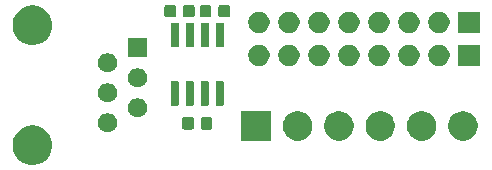
<source format=gbr>
G04 #@! TF.GenerationSoftware,KiCad,Pcbnew,(5.1.5)-3*
G04 #@! TF.CreationDate,2020-08-06T15:18:22+10:00*
G04 #@! TF.ProjectId,USART_BoSL_Bus,55534152-545f-4426-9f53-4c5f4275732e,rev 0.1.1*
G04 #@! TF.SameCoordinates,Original*
G04 #@! TF.FileFunction,Soldermask,Top*
G04 #@! TF.FilePolarity,Negative*
%FSLAX46Y46*%
G04 Gerber Fmt 4.6, Leading zero omitted, Abs format (unit mm)*
G04 Created by KiCad (PCBNEW (5.1.5)-3) date 2020-08-06 15:18:22*
%MOMM*%
%LPD*%
G04 APERTURE LIST*
%ADD10C,0.150000*%
G04 APERTURE END LIST*
D10*
G36*
X114372971Y-124716204D02*
G01*
X114534871Y-124748408D01*
X114839883Y-124874748D01*
X115114387Y-125058166D01*
X115347834Y-125291613D01*
X115531252Y-125566117D01*
X115657592Y-125871129D01*
X115722000Y-126194928D01*
X115722000Y-126525072D01*
X115657592Y-126848871D01*
X115531252Y-127153883D01*
X115347834Y-127428387D01*
X115114387Y-127661834D01*
X114839883Y-127845252D01*
X114534871Y-127971592D01*
X114211073Y-128036000D01*
X113880927Y-128036000D01*
X113557129Y-127971592D01*
X113252117Y-127845252D01*
X112977613Y-127661834D01*
X112744166Y-127428387D01*
X112560748Y-127153883D01*
X112434408Y-126848871D01*
X112370000Y-126525072D01*
X112370000Y-126194928D01*
X112434408Y-125871129D01*
X112560748Y-125566117D01*
X112744166Y-125291613D01*
X112977613Y-125058166D01*
X113252117Y-124874748D01*
X113557129Y-124748408D01*
X113719029Y-124716204D01*
X113880927Y-124684000D01*
X114211073Y-124684000D01*
X114372971Y-124716204D01*
G37*
G36*
X150864903Y-123511075D02*
G01*
X151092571Y-123605378D01*
X151297466Y-123742285D01*
X151471715Y-123916534D01*
X151564309Y-124055110D01*
X151608623Y-124121431D01*
X151702925Y-124349097D01*
X151740874Y-124539877D01*
X151751000Y-124590787D01*
X151751000Y-124837213D01*
X151702925Y-125078903D01*
X151608622Y-125306571D01*
X151471715Y-125511466D01*
X151297466Y-125685715D01*
X151092571Y-125822622D01*
X151092570Y-125822623D01*
X151092569Y-125822623D01*
X150864903Y-125916925D01*
X150623214Y-125965000D01*
X150376786Y-125965000D01*
X150135097Y-125916925D01*
X149907431Y-125822623D01*
X149907430Y-125822623D01*
X149907429Y-125822622D01*
X149702534Y-125685715D01*
X149528285Y-125511466D01*
X149391378Y-125306571D01*
X149297075Y-125078903D01*
X149249000Y-124837213D01*
X149249000Y-124590787D01*
X149259127Y-124539877D01*
X149297075Y-124349097D01*
X149391377Y-124121431D01*
X149435691Y-124055110D01*
X149528285Y-123916534D01*
X149702534Y-123742285D01*
X149907429Y-123605378D01*
X150135097Y-123511075D01*
X150376786Y-123463000D01*
X150623214Y-123463000D01*
X150864903Y-123511075D01*
G37*
G36*
X147364903Y-123511075D02*
G01*
X147592571Y-123605378D01*
X147797466Y-123742285D01*
X147971715Y-123916534D01*
X148064309Y-124055110D01*
X148108623Y-124121431D01*
X148202925Y-124349097D01*
X148240874Y-124539877D01*
X148251000Y-124590787D01*
X148251000Y-124837213D01*
X148202925Y-125078903D01*
X148108622Y-125306571D01*
X147971715Y-125511466D01*
X147797466Y-125685715D01*
X147592571Y-125822622D01*
X147592570Y-125822623D01*
X147592569Y-125822623D01*
X147364903Y-125916925D01*
X147123214Y-125965000D01*
X146876786Y-125965000D01*
X146635097Y-125916925D01*
X146407431Y-125822623D01*
X146407430Y-125822623D01*
X146407429Y-125822622D01*
X146202534Y-125685715D01*
X146028285Y-125511466D01*
X145891378Y-125306571D01*
X145797075Y-125078903D01*
X145749000Y-124837213D01*
X145749000Y-124590787D01*
X145759127Y-124539877D01*
X145797075Y-124349097D01*
X145891377Y-124121431D01*
X145935691Y-124055110D01*
X146028285Y-123916534D01*
X146202534Y-123742285D01*
X146407429Y-123605378D01*
X146635097Y-123511075D01*
X146876786Y-123463000D01*
X147123214Y-123463000D01*
X147364903Y-123511075D01*
G37*
G36*
X143864903Y-123511075D02*
G01*
X144092571Y-123605378D01*
X144297466Y-123742285D01*
X144471715Y-123916534D01*
X144564309Y-124055110D01*
X144608623Y-124121431D01*
X144702925Y-124349097D01*
X144740874Y-124539877D01*
X144751000Y-124590787D01*
X144751000Y-124837213D01*
X144702925Y-125078903D01*
X144608622Y-125306571D01*
X144471715Y-125511466D01*
X144297466Y-125685715D01*
X144092571Y-125822622D01*
X144092570Y-125822623D01*
X144092569Y-125822623D01*
X143864903Y-125916925D01*
X143623214Y-125965000D01*
X143376786Y-125965000D01*
X143135097Y-125916925D01*
X142907431Y-125822623D01*
X142907430Y-125822623D01*
X142907429Y-125822622D01*
X142702534Y-125685715D01*
X142528285Y-125511466D01*
X142391378Y-125306571D01*
X142297075Y-125078903D01*
X142249000Y-124837213D01*
X142249000Y-124590787D01*
X142259127Y-124539877D01*
X142297075Y-124349097D01*
X142391377Y-124121431D01*
X142435691Y-124055110D01*
X142528285Y-123916534D01*
X142702534Y-123742285D01*
X142907429Y-123605378D01*
X143135097Y-123511075D01*
X143376786Y-123463000D01*
X143623214Y-123463000D01*
X143864903Y-123511075D01*
G37*
G36*
X136864903Y-123511075D02*
G01*
X137092571Y-123605378D01*
X137297466Y-123742285D01*
X137471715Y-123916534D01*
X137564309Y-124055110D01*
X137608623Y-124121431D01*
X137702925Y-124349097D01*
X137740874Y-124539877D01*
X137751000Y-124590787D01*
X137751000Y-124837213D01*
X137702925Y-125078903D01*
X137608622Y-125306571D01*
X137471715Y-125511466D01*
X137297466Y-125685715D01*
X137092571Y-125822622D01*
X137092570Y-125822623D01*
X137092569Y-125822623D01*
X136864903Y-125916925D01*
X136623214Y-125965000D01*
X136376786Y-125965000D01*
X136135097Y-125916925D01*
X135907431Y-125822623D01*
X135907430Y-125822623D01*
X135907429Y-125822622D01*
X135702534Y-125685715D01*
X135528285Y-125511466D01*
X135391378Y-125306571D01*
X135297075Y-125078903D01*
X135249000Y-124837213D01*
X135249000Y-124590787D01*
X135259127Y-124539877D01*
X135297075Y-124349097D01*
X135391377Y-124121431D01*
X135435691Y-124055110D01*
X135528285Y-123916534D01*
X135702534Y-123742285D01*
X135907429Y-123605378D01*
X136135097Y-123511075D01*
X136376786Y-123463000D01*
X136623214Y-123463000D01*
X136864903Y-123511075D01*
G37*
G36*
X134251000Y-125965000D02*
G01*
X131749000Y-125965000D01*
X131749000Y-123463000D01*
X134251000Y-123463000D01*
X134251000Y-125965000D01*
G37*
G36*
X140364903Y-123511075D02*
G01*
X140592571Y-123605378D01*
X140797466Y-123742285D01*
X140971715Y-123916534D01*
X141064309Y-124055110D01*
X141108623Y-124121431D01*
X141202925Y-124349097D01*
X141240874Y-124539877D01*
X141251000Y-124590787D01*
X141251000Y-124837213D01*
X141202925Y-125078903D01*
X141108622Y-125306571D01*
X140971715Y-125511466D01*
X140797466Y-125685715D01*
X140592571Y-125822622D01*
X140592570Y-125822623D01*
X140592569Y-125822623D01*
X140364903Y-125916925D01*
X140123214Y-125965000D01*
X139876786Y-125965000D01*
X139635097Y-125916925D01*
X139407431Y-125822623D01*
X139407430Y-125822623D01*
X139407429Y-125822622D01*
X139202534Y-125685715D01*
X139028285Y-125511466D01*
X138891378Y-125306571D01*
X138797075Y-125078903D01*
X138749000Y-124837213D01*
X138749000Y-124590787D01*
X138759127Y-124539877D01*
X138797075Y-124349097D01*
X138891377Y-124121431D01*
X138935691Y-124055110D01*
X139028285Y-123916534D01*
X139202534Y-123742285D01*
X139407429Y-123605378D01*
X139635097Y-123511075D01*
X139876786Y-123463000D01*
X140123214Y-123463000D01*
X140364903Y-123511075D01*
G37*
G36*
X120632560Y-123680166D02*
G01*
X120780153Y-123741301D01*
X120912982Y-123830055D01*
X121025945Y-123943018D01*
X121094448Y-124045539D01*
X121114700Y-124075849D01*
X121175834Y-124223440D01*
X121207000Y-124380122D01*
X121207000Y-124539878D01*
X121175834Y-124696560D01*
X121120810Y-124829401D01*
X121114699Y-124844153D01*
X121025945Y-124976982D01*
X120912982Y-125089945D01*
X120780153Y-125178699D01*
X120780152Y-125178700D01*
X120780151Y-125178700D01*
X120632560Y-125239834D01*
X120475878Y-125271000D01*
X120316122Y-125271000D01*
X120159440Y-125239834D01*
X120011849Y-125178700D01*
X120011848Y-125178700D01*
X120011847Y-125178699D01*
X119879018Y-125089945D01*
X119766055Y-124976982D01*
X119677301Y-124844153D01*
X119671191Y-124829401D01*
X119616166Y-124696560D01*
X119585000Y-124539878D01*
X119585000Y-124380122D01*
X119616166Y-124223440D01*
X119677300Y-124075849D01*
X119697553Y-124045539D01*
X119766055Y-123943018D01*
X119879018Y-123830055D01*
X120011847Y-123741301D01*
X120159440Y-123680166D01*
X120316122Y-123649000D01*
X120475878Y-123649000D01*
X120632560Y-123680166D01*
G37*
G36*
X127554591Y-123978085D02*
G01*
X127588569Y-123988393D01*
X127619890Y-124005134D01*
X127647339Y-124027661D01*
X127669866Y-124055110D01*
X127686607Y-124086431D01*
X127696915Y-124120409D01*
X127701000Y-124161890D01*
X127701000Y-124838110D01*
X127696915Y-124879591D01*
X127686607Y-124913569D01*
X127669866Y-124944890D01*
X127647339Y-124972339D01*
X127619890Y-124994866D01*
X127588569Y-125011607D01*
X127554591Y-125021915D01*
X127513110Y-125026000D01*
X126911890Y-125026000D01*
X126870409Y-125021915D01*
X126836431Y-125011607D01*
X126805110Y-124994866D01*
X126777661Y-124972339D01*
X126755134Y-124944890D01*
X126738393Y-124913569D01*
X126728085Y-124879591D01*
X126724000Y-124838110D01*
X126724000Y-124161890D01*
X126728085Y-124120409D01*
X126738393Y-124086431D01*
X126755134Y-124055110D01*
X126777661Y-124027661D01*
X126805110Y-124005134D01*
X126836431Y-123988393D01*
X126870409Y-123978085D01*
X126911890Y-123974000D01*
X127513110Y-123974000D01*
X127554591Y-123978085D01*
G37*
G36*
X129129591Y-123978085D02*
G01*
X129163569Y-123988393D01*
X129194890Y-124005134D01*
X129222339Y-124027661D01*
X129244866Y-124055110D01*
X129261607Y-124086431D01*
X129271915Y-124120409D01*
X129276000Y-124161890D01*
X129276000Y-124838110D01*
X129271915Y-124879591D01*
X129261607Y-124913569D01*
X129244866Y-124944890D01*
X129222339Y-124972339D01*
X129194890Y-124994866D01*
X129163569Y-125011607D01*
X129129591Y-125021915D01*
X129088110Y-125026000D01*
X128486890Y-125026000D01*
X128445409Y-125021915D01*
X128411431Y-125011607D01*
X128380110Y-124994866D01*
X128352661Y-124972339D01*
X128330134Y-124944890D01*
X128313393Y-124913569D01*
X128303085Y-124879591D01*
X128299000Y-124838110D01*
X128299000Y-124161890D01*
X128303085Y-124120409D01*
X128313393Y-124086431D01*
X128330134Y-124055110D01*
X128352661Y-124027661D01*
X128380110Y-124005134D01*
X128411431Y-123988393D01*
X128445409Y-123978085D01*
X128486890Y-123974000D01*
X129088110Y-123974000D01*
X129129591Y-123978085D01*
G37*
G36*
X123172560Y-122410166D02*
G01*
X123320153Y-122471301D01*
X123452982Y-122560055D01*
X123565945Y-122673018D01*
X123604688Y-122731000D01*
X123654700Y-122805849D01*
X123715834Y-122953440D01*
X123724624Y-122997628D01*
X123747000Y-123110123D01*
X123747000Y-123269877D01*
X123715834Y-123426560D01*
X123654699Y-123574153D01*
X123565945Y-123706982D01*
X123452982Y-123819945D01*
X123320153Y-123908699D01*
X123320152Y-123908700D01*
X123320151Y-123908700D01*
X123172560Y-123969834D01*
X123015878Y-124001000D01*
X122856122Y-124001000D01*
X122699440Y-123969834D01*
X122551849Y-123908700D01*
X122551848Y-123908700D01*
X122551847Y-123908699D01*
X122419018Y-123819945D01*
X122306055Y-123706982D01*
X122217301Y-123574153D01*
X122156166Y-123426560D01*
X122125000Y-123269877D01*
X122125000Y-123110123D01*
X122147377Y-122997628D01*
X122156166Y-122953440D01*
X122217300Y-122805849D01*
X122267313Y-122731000D01*
X122306055Y-122673018D01*
X122419018Y-122560055D01*
X122551847Y-122471301D01*
X122699440Y-122410166D01*
X122856122Y-122379000D01*
X123015878Y-122379000D01*
X123172560Y-122410166D01*
G37*
G36*
X127624928Y-120951764D02*
G01*
X127646009Y-120958160D01*
X127665445Y-120968548D01*
X127682476Y-120982524D01*
X127696452Y-120999555D01*
X127706840Y-121018991D01*
X127713236Y-121040072D01*
X127716000Y-121068140D01*
X127716000Y-122881860D01*
X127713236Y-122909928D01*
X127706840Y-122931009D01*
X127696452Y-122950445D01*
X127682476Y-122967476D01*
X127665445Y-122981452D01*
X127646009Y-122991840D01*
X127624928Y-122998236D01*
X127596860Y-123001000D01*
X127133140Y-123001000D01*
X127105072Y-122998236D01*
X127083991Y-122991840D01*
X127064555Y-122981452D01*
X127047524Y-122967476D01*
X127033548Y-122950445D01*
X127023160Y-122931009D01*
X127016764Y-122909928D01*
X127014000Y-122881860D01*
X127014000Y-121068140D01*
X127016764Y-121040072D01*
X127023160Y-121018991D01*
X127033548Y-120999555D01*
X127047524Y-120982524D01*
X127064555Y-120968548D01*
X127083991Y-120958160D01*
X127105072Y-120951764D01*
X127133140Y-120949000D01*
X127596860Y-120949000D01*
X127624928Y-120951764D01*
G37*
G36*
X126354928Y-120951764D02*
G01*
X126376009Y-120958160D01*
X126395445Y-120968548D01*
X126412476Y-120982524D01*
X126426452Y-120999555D01*
X126436840Y-121018991D01*
X126443236Y-121040072D01*
X126446000Y-121068140D01*
X126446000Y-122881860D01*
X126443236Y-122909928D01*
X126436840Y-122931009D01*
X126426452Y-122950445D01*
X126412476Y-122967476D01*
X126395445Y-122981452D01*
X126376009Y-122991840D01*
X126354928Y-122998236D01*
X126326860Y-123001000D01*
X125863140Y-123001000D01*
X125835072Y-122998236D01*
X125813991Y-122991840D01*
X125794555Y-122981452D01*
X125777524Y-122967476D01*
X125763548Y-122950445D01*
X125753160Y-122931009D01*
X125746764Y-122909928D01*
X125744000Y-122881860D01*
X125744000Y-121068140D01*
X125746764Y-121040072D01*
X125753160Y-121018991D01*
X125763548Y-120999555D01*
X125777524Y-120982524D01*
X125794555Y-120968548D01*
X125813991Y-120958160D01*
X125835072Y-120951764D01*
X125863140Y-120949000D01*
X126326860Y-120949000D01*
X126354928Y-120951764D01*
G37*
G36*
X128894928Y-120951764D02*
G01*
X128916009Y-120958160D01*
X128935445Y-120968548D01*
X128952476Y-120982524D01*
X128966452Y-120999555D01*
X128976840Y-121018991D01*
X128983236Y-121040072D01*
X128986000Y-121068140D01*
X128986000Y-122881860D01*
X128983236Y-122909928D01*
X128976840Y-122931009D01*
X128966452Y-122950445D01*
X128952476Y-122967476D01*
X128935445Y-122981452D01*
X128916009Y-122991840D01*
X128894928Y-122998236D01*
X128866860Y-123001000D01*
X128403140Y-123001000D01*
X128375072Y-122998236D01*
X128353991Y-122991840D01*
X128334555Y-122981452D01*
X128317524Y-122967476D01*
X128303548Y-122950445D01*
X128293160Y-122931009D01*
X128286764Y-122909928D01*
X128284000Y-122881860D01*
X128284000Y-121068140D01*
X128286764Y-121040072D01*
X128293160Y-121018991D01*
X128303548Y-120999555D01*
X128317524Y-120982524D01*
X128334555Y-120968548D01*
X128353991Y-120958160D01*
X128375072Y-120951764D01*
X128403140Y-120949000D01*
X128866860Y-120949000D01*
X128894928Y-120951764D01*
G37*
G36*
X130164928Y-120951764D02*
G01*
X130186009Y-120958160D01*
X130205445Y-120968548D01*
X130222476Y-120982524D01*
X130236452Y-120999555D01*
X130246840Y-121018991D01*
X130253236Y-121040072D01*
X130256000Y-121068140D01*
X130256000Y-122881860D01*
X130253236Y-122909928D01*
X130246840Y-122931009D01*
X130236452Y-122950445D01*
X130222476Y-122967476D01*
X130205445Y-122981452D01*
X130186009Y-122991840D01*
X130164928Y-122998236D01*
X130136860Y-123001000D01*
X129673140Y-123001000D01*
X129645072Y-122998236D01*
X129623991Y-122991840D01*
X129604555Y-122981452D01*
X129587524Y-122967476D01*
X129573548Y-122950445D01*
X129563160Y-122931009D01*
X129556764Y-122909928D01*
X129554000Y-122881860D01*
X129554000Y-121068140D01*
X129556764Y-121040072D01*
X129563160Y-121018991D01*
X129573548Y-120999555D01*
X129587524Y-120982524D01*
X129604555Y-120968548D01*
X129623991Y-120958160D01*
X129645072Y-120951764D01*
X129673140Y-120949000D01*
X130136860Y-120949000D01*
X130164928Y-120951764D01*
G37*
G36*
X120632560Y-121140166D02*
G01*
X120780153Y-121201301D01*
X120912982Y-121290055D01*
X121025945Y-121403018D01*
X121114699Y-121535847D01*
X121175834Y-121683440D01*
X121207000Y-121840123D01*
X121207000Y-121999877D01*
X121175834Y-122156560D01*
X121114699Y-122304153D01*
X121025945Y-122436982D01*
X120912982Y-122549945D01*
X120780153Y-122638699D01*
X120780152Y-122638700D01*
X120780151Y-122638700D01*
X120632560Y-122699834D01*
X120475878Y-122731000D01*
X120316122Y-122731000D01*
X120159440Y-122699834D01*
X120011849Y-122638700D01*
X120011848Y-122638700D01*
X120011847Y-122638699D01*
X119879018Y-122549945D01*
X119766055Y-122436982D01*
X119677301Y-122304153D01*
X119616166Y-122156560D01*
X119585000Y-121999877D01*
X119585000Y-121840123D01*
X119616166Y-121683440D01*
X119677301Y-121535847D01*
X119766055Y-121403018D01*
X119879018Y-121290055D01*
X120011847Y-121201301D01*
X120159440Y-121140166D01*
X120316122Y-121109000D01*
X120475878Y-121109000D01*
X120632560Y-121140166D01*
G37*
G36*
X123172560Y-119870166D02*
G01*
X123320153Y-119931301D01*
X123452982Y-120020055D01*
X123565945Y-120133018D01*
X123604688Y-120191000D01*
X123654700Y-120265849D01*
X123715834Y-120413440D01*
X123747000Y-120570122D01*
X123747000Y-120729878D01*
X123715834Y-120886560D01*
X123676085Y-120982524D01*
X123654699Y-121034153D01*
X123565945Y-121166982D01*
X123452982Y-121279945D01*
X123320153Y-121368699D01*
X123320152Y-121368700D01*
X123320151Y-121368700D01*
X123172560Y-121429834D01*
X123015878Y-121461000D01*
X122856122Y-121461000D01*
X122699440Y-121429834D01*
X122551849Y-121368700D01*
X122551848Y-121368700D01*
X122551847Y-121368699D01*
X122419018Y-121279945D01*
X122306055Y-121166982D01*
X122217301Y-121034153D01*
X122195916Y-120982524D01*
X122156166Y-120886560D01*
X122125000Y-120729878D01*
X122125000Y-120570122D01*
X122156166Y-120413440D01*
X122217300Y-120265849D01*
X122267313Y-120191000D01*
X122306055Y-120133018D01*
X122419018Y-120020055D01*
X122551847Y-119931301D01*
X122699440Y-119870166D01*
X122856122Y-119839000D01*
X123015878Y-119839000D01*
X123172560Y-119870166D01*
G37*
G36*
X120632560Y-118600166D02*
G01*
X120780153Y-118661301D01*
X120912982Y-118750055D01*
X121025945Y-118863018D01*
X121114699Y-118995847D01*
X121175834Y-119143440D01*
X121207000Y-119300123D01*
X121207000Y-119459877D01*
X121175834Y-119616560D01*
X121114699Y-119764153D01*
X121025945Y-119896982D01*
X120912982Y-120009945D01*
X120780153Y-120098699D01*
X120780152Y-120098700D01*
X120780151Y-120098700D01*
X120632560Y-120159834D01*
X120475878Y-120191000D01*
X120316122Y-120191000D01*
X120159440Y-120159834D01*
X120011849Y-120098700D01*
X120011848Y-120098700D01*
X120011847Y-120098699D01*
X119879018Y-120009945D01*
X119766055Y-119896982D01*
X119677301Y-119764153D01*
X119616166Y-119616560D01*
X119585000Y-119459877D01*
X119585000Y-119300123D01*
X119616166Y-119143440D01*
X119677301Y-118995847D01*
X119766055Y-118863018D01*
X119879018Y-118750055D01*
X120011847Y-118661301D01*
X120159440Y-118600166D01*
X120316122Y-118569000D01*
X120475878Y-118569000D01*
X120632560Y-118600166D01*
G37*
G36*
X133333512Y-117848927D02*
G01*
X133482812Y-117878624D01*
X133646784Y-117946544D01*
X133794354Y-118045147D01*
X133919853Y-118170646D01*
X134018456Y-118318216D01*
X134086376Y-118482188D01*
X134121000Y-118656259D01*
X134121000Y-118833741D01*
X134086376Y-119007812D01*
X134018456Y-119171784D01*
X133919853Y-119319354D01*
X133794354Y-119444853D01*
X133646784Y-119543456D01*
X133482812Y-119611376D01*
X133333512Y-119641073D01*
X133308742Y-119646000D01*
X133131258Y-119646000D01*
X133106488Y-119641073D01*
X132957188Y-119611376D01*
X132793216Y-119543456D01*
X132645646Y-119444853D01*
X132520147Y-119319354D01*
X132421544Y-119171784D01*
X132353624Y-119007812D01*
X132319000Y-118833741D01*
X132319000Y-118656259D01*
X132353624Y-118482188D01*
X132421544Y-118318216D01*
X132520147Y-118170646D01*
X132645646Y-118045147D01*
X132793216Y-117946544D01*
X132957188Y-117878624D01*
X133106488Y-117848927D01*
X133131258Y-117844000D01*
X133308742Y-117844000D01*
X133333512Y-117848927D01*
G37*
G36*
X135873512Y-117848927D02*
G01*
X136022812Y-117878624D01*
X136186784Y-117946544D01*
X136334354Y-118045147D01*
X136459853Y-118170646D01*
X136558456Y-118318216D01*
X136626376Y-118482188D01*
X136661000Y-118656259D01*
X136661000Y-118833741D01*
X136626376Y-119007812D01*
X136558456Y-119171784D01*
X136459853Y-119319354D01*
X136334354Y-119444853D01*
X136186784Y-119543456D01*
X136022812Y-119611376D01*
X135873512Y-119641073D01*
X135848742Y-119646000D01*
X135671258Y-119646000D01*
X135646488Y-119641073D01*
X135497188Y-119611376D01*
X135333216Y-119543456D01*
X135185646Y-119444853D01*
X135060147Y-119319354D01*
X134961544Y-119171784D01*
X134893624Y-119007812D01*
X134859000Y-118833741D01*
X134859000Y-118656259D01*
X134893624Y-118482188D01*
X134961544Y-118318216D01*
X135060147Y-118170646D01*
X135185646Y-118045147D01*
X135333216Y-117946544D01*
X135497188Y-117878624D01*
X135646488Y-117848927D01*
X135671258Y-117844000D01*
X135848742Y-117844000D01*
X135873512Y-117848927D01*
G37*
G36*
X138413512Y-117848927D02*
G01*
X138562812Y-117878624D01*
X138726784Y-117946544D01*
X138874354Y-118045147D01*
X138999853Y-118170646D01*
X139098456Y-118318216D01*
X139166376Y-118482188D01*
X139201000Y-118656259D01*
X139201000Y-118833741D01*
X139166376Y-119007812D01*
X139098456Y-119171784D01*
X138999853Y-119319354D01*
X138874354Y-119444853D01*
X138726784Y-119543456D01*
X138562812Y-119611376D01*
X138413512Y-119641073D01*
X138388742Y-119646000D01*
X138211258Y-119646000D01*
X138186488Y-119641073D01*
X138037188Y-119611376D01*
X137873216Y-119543456D01*
X137725646Y-119444853D01*
X137600147Y-119319354D01*
X137501544Y-119171784D01*
X137433624Y-119007812D01*
X137399000Y-118833741D01*
X137399000Y-118656259D01*
X137433624Y-118482188D01*
X137501544Y-118318216D01*
X137600147Y-118170646D01*
X137725646Y-118045147D01*
X137873216Y-117946544D01*
X138037188Y-117878624D01*
X138186488Y-117848927D01*
X138211258Y-117844000D01*
X138388742Y-117844000D01*
X138413512Y-117848927D01*
G37*
G36*
X151901000Y-119646000D02*
G01*
X150099000Y-119646000D01*
X150099000Y-117844000D01*
X151901000Y-117844000D01*
X151901000Y-119646000D01*
G37*
G36*
X146033512Y-117848927D02*
G01*
X146182812Y-117878624D01*
X146346784Y-117946544D01*
X146494354Y-118045147D01*
X146619853Y-118170646D01*
X146718456Y-118318216D01*
X146786376Y-118482188D01*
X146821000Y-118656259D01*
X146821000Y-118833741D01*
X146786376Y-119007812D01*
X146718456Y-119171784D01*
X146619853Y-119319354D01*
X146494354Y-119444853D01*
X146346784Y-119543456D01*
X146182812Y-119611376D01*
X146033512Y-119641073D01*
X146008742Y-119646000D01*
X145831258Y-119646000D01*
X145806488Y-119641073D01*
X145657188Y-119611376D01*
X145493216Y-119543456D01*
X145345646Y-119444853D01*
X145220147Y-119319354D01*
X145121544Y-119171784D01*
X145053624Y-119007812D01*
X145019000Y-118833741D01*
X145019000Y-118656259D01*
X145053624Y-118482188D01*
X145121544Y-118318216D01*
X145220147Y-118170646D01*
X145345646Y-118045147D01*
X145493216Y-117946544D01*
X145657188Y-117878624D01*
X145806488Y-117848927D01*
X145831258Y-117844000D01*
X146008742Y-117844000D01*
X146033512Y-117848927D01*
G37*
G36*
X143493512Y-117848927D02*
G01*
X143642812Y-117878624D01*
X143806784Y-117946544D01*
X143954354Y-118045147D01*
X144079853Y-118170646D01*
X144178456Y-118318216D01*
X144246376Y-118482188D01*
X144281000Y-118656259D01*
X144281000Y-118833741D01*
X144246376Y-119007812D01*
X144178456Y-119171784D01*
X144079853Y-119319354D01*
X143954354Y-119444853D01*
X143806784Y-119543456D01*
X143642812Y-119611376D01*
X143493512Y-119641073D01*
X143468742Y-119646000D01*
X143291258Y-119646000D01*
X143266488Y-119641073D01*
X143117188Y-119611376D01*
X142953216Y-119543456D01*
X142805646Y-119444853D01*
X142680147Y-119319354D01*
X142581544Y-119171784D01*
X142513624Y-119007812D01*
X142479000Y-118833741D01*
X142479000Y-118656259D01*
X142513624Y-118482188D01*
X142581544Y-118318216D01*
X142680147Y-118170646D01*
X142805646Y-118045147D01*
X142953216Y-117946544D01*
X143117188Y-117878624D01*
X143266488Y-117848927D01*
X143291258Y-117844000D01*
X143468742Y-117844000D01*
X143493512Y-117848927D01*
G37*
G36*
X140953512Y-117848927D02*
G01*
X141102812Y-117878624D01*
X141266784Y-117946544D01*
X141414354Y-118045147D01*
X141539853Y-118170646D01*
X141638456Y-118318216D01*
X141706376Y-118482188D01*
X141741000Y-118656259D01*
X141741000Y-118833741D01*
X141706376Y-119007812D01*
X141638456Y-119171784D01*
X141539853Y-119319354D01*
X141414354Y-119444853D01*
X141266784Y-119543456D01*
X141102812Y-119611376D01*
X140953512Y-119641073D01*
X140928742Y-119646000D01*
X140751258Y-119646000D01*
X140726488Y-119641073D01*
X140577188Y-119611376D01*
X140413216Y-119543456D01*
X140265646Y-119444853D01*
X140140147Y-119319354D01*
X140041544Y-119171784D01*
X139973624Y-119007812D01*
X139939000Y-118833741D01*
X139939000Y-118656259D01*
X139973624Y-118482188D01*
X140041544Y-118318216D01*
X140140147Y-118170646D01*
X140265646Y-118045147D01*
X140413216Y-117946544D01*
X140577188Y-117878624D01*
X140726488Y-117848927D01*
X140751258Y-117844000D01*
X140928742Y-117844000D01*
X140953512Y-117848927D01*
G37*
G36*
X148573512Y-117848927D02*
G01*
X148722812Y-117878624D01*
X148886784Y-117946544D01*
X149034354Y-118045147D01*
X149159853Y-118170646D01*
X149258456Y-118318216D01*
X149326376Y-118482188D01*
X149361000Y-118656259D01*
X149361000Y-118833741D01*
X149326376Y-119007812D01*
X149258456Y-119171784D01*
X149159853Y-119319354D01*
X149034354Y-119444853D01*
X148886784Y-119543456D01*
X148722812Y-119611376D01*
X148573512Y-119641073D01*
X148548742Y-119646000D01*
X148371258Y-119646000D01*
X148346488Y-119641073D01*
X148197188Y-119611376D01*
X148033216Y-119543456D01*
X147885646Y-119444853D01*
X147760147Y-119319354D01*
X147661544Y-119171784D01*
X147593624Y-119007812D01*
X147559000Y-118833741D01*
X147559000Y-118656259D01*
X147593624Y-118482188D01*
X147661544Y-118318216D01*
X147760147Y-118170646D01*
X147885646Y-118045147D01*
X148033216Y-117946544D01*
X148197188Y-117878624D01*
X148346488Y-117848927D01*
X148371258Y-117844000D01*
X148548742Y-117844000D01*
X148573512Y-117848927D01*
G37*
G36*
X123747000Y-118921000D02*
G01*
X122125000Y-118921000D01*
X122125000Y-117299000D01*
X123747000Y-117299000D01*
X123747000Y-118921000D01*
G37*
G36*
X130164928Y-116001764D02*
G01*
X130186009Y-116008160D01*
X130205445Y-116018548D01*
X130222476Y-116032524D01*
X130236452Y-116049555D01*
X130246840Y-116068991D01*
X130253236Y-116090072D01*
X130256000Y-116118140D01*
X130256000Y-117931860D01*
X130253236Y-117959928D01*
X130246840Y-117981009D01*
X130236452Y-118000445D01*
X130222476Y-118017476D01*
X130205445Y-118031452D01*
X130186009Y-118041840D01*
X130164928Y-118048236D01*
X130136860Y-118051000D01*
X129673140Y-118051000D01*
X129645072Y-118048236D01*
X129623991Y-118041840D01*
X129604555Y-118031452D01*
X129587524Y-118017476D01*
X129573548Y-118000445D01*
X129563160Y-117981009D01*
X129556764Y-117959928D01*
X129554000Y-117931860D01*
X129554000Y-116118140D01*
X129556764Y-116090072D01*
X129563160Y-116068991D01*
X129573548Y-116049555D01*
X129587524Y-116032524D01*
X129604555Y-116018548D01*
X129623991Y-116008160D01*
X129645072Y-116001764D01*
X129673140Y-115999000D01*
X130136860Y-115999000D01*
X130164928Y-116001764D01*
G37*
G36*
X128894928Y-116001764D02*
G01*
X128916009Y-116008160D01*
X128935445Y-116018548D01*
X128952476Y-116032524D01*
X128966452Y-116049555D01*
X128976840Y-116068991D01*
X128983236Y-116090072D01*
X128986000Y-116118140D01*
X128986000Y-117931860D01*
X128983236Y-117959928D01*
X128976840Y-117981009D01*
X128966452Y-118000445D01*
X128952476Y-118017476D01*
X128935445Y-118031452D01*
X128916009Y-118041840D01*
X128894928Y-118048236D01*
X128866860Y-118051000D01*
X128403140Y-118051000D01*
X128375072Y-118048236D01*
X128353991Y-118041840D01*
X128334555Y-118031452D01*
X128317524Y-118017476D01*
X128303548Y-118000445D01*
X128293160Y-117981009D01*
X128286764Y-117959928D01*
X128284000Y-117931860D01*
X128284000Y-116118140D01*
X128286764Y-116090072D01*
X128293160Y-116068991D01*
X128303548Y-116049555D01*
X128317524Y-116032524D01*
X128334555Y-116018548D01*
X128353991Y-116008160D01*
X128375072Y-116001764D01*
X128403140Y-115999000D01*
X128866860Y-115999000D01*
X128894928Y-116001764D01*
G37*
G36*
X127624928Y-116001764D02*
G01*
X127646009Y-116008160D01*
X127665445Y-116018548D01*
X127682476Y-116032524D01*
X127696452Y-116049555D01*
X127706840Y-116068991D01*
X127713236Y-116090072D01*
X127716000Y-116118140D01*
X127716000Y-117931860D01*
X127713236Y-117959928D01*
X127706840Y-117981009D01*
X127696452Y-118000445D01*
X127682476Y-118017476D01*
X127665445Y-118031452D01*
X127646009Y-118041840D01*
X127624928Y-118048236D01*
X127596860Y-118051000D01*
X127133140Y-118051000D01*
X127105072Y-118048236D01*
X127083991Y-118041840D01*
X127064555Y-118031452D01*
X127047524Y-118017476D01*
X127033548Y-118000445D01*
X127023160Y-117981009D01*
X127016764Y-117959928D01*
X127014000Y-117931860D01*
X127014000Y-116118140D01*
X127016764Y-116090072D01*
X127023160Y-116068991D01*
X127033548Y-116049555D01*
X127047524Y-116032524D01*
X127064555Y-116018548D01*
X127083991Y-116008160D01*
X127105072Y-116001764D01*
X127133140Y-115999000D01*
X127596860Y-115999000D01*
X127624928Y-116001764D01*
G37*
G36*
X126354928Y-116001764D02*
G01*
X126376009Y-116008160D01*
X126395445Y-116018548D01*
X126412476Y-116032524D01*
X126426452Y-116049555D01*
X126436840Y-116068991D01*
X126443236Y-116090072D01*
X126446000Y-116118140D01*
X126446000Y-117931860D01*
X126443236Y-117959928D01*
X126436840Y-117981009D01*
X126426452Y-118000445D01*
X126412476Y-118017476D01*
X126395445Y-118031452D01*
X126376009Y-118041840D01*
X126354928Y-118048236D01*
X126326860Y-118051000D01*
X125863140Y-118051000D01*
X125835072Y-118048236D01*
X125813991Y-118041840D01*
X125794555Y-118031452D01*
X125777524Y-118017476D01*
X125763548Y-118000445D01*
X125753160Y-117981009D01*
X125746764Y-117959928D01*
X125744000Y-117931860D01*
X125744000Y-116118140D01*
X125746764Y-116090072D01*
X125753160Y-116068991D01*
X125763548Y-116049555D01*
X125777524Y-116032524D01*
X125794555Y-116018548D01*
X125813991Y-116008160D01*
X125835072Y-116001764D01*
X125863140Y-115999000D01*
X126326860Y-115999000D01*
X126354928Y-116001764D01*
G37*
G36*
X114367472Y-114555110D02*
G01*
X114534871Y-114588408D01*
X114839883Y-114714748D01*
X115114387Y-114898166D01*
X115347834Y-115131613D01*
X115531252Y-115406117D01*
X115648090Y-115688189D01*
X115657592Y-115711130D01*
X115722000Y-116034927D01*
X115722000Y-116365073D01*
X115690118Y-116525353D01*
X115657592Y-116688871D01*
X115531252Y-116993883D01*
X115347834Y-117268387D01*
X115114387Y-117501834D01*
X114839883Y-117685252D01*
X114534871Y-117811592D01*
X114211073Y-117876000D01*
X113880927Y-117876000D01*
X113557129Y-117811592D01*
X113252117Y-117685252D01*
X112977613Y-117501834D01*
X112744166Y-117268387D01*
X112560748Y-116993883D01*
X112434408Y-116688871D01*
X112401882Y-116525353D01*
X112370000Y-116365073D01*
X112370000Y-116034927D01*
X112434408Y-115711130D01*
X112443910Y-115688189D01*
X112560748Y-115406117D01*
X112744166Y-115131613D01*
X112977613Y-114898166D01*
X113252117Y-114714748D01*
X113557129Y-114588408D01*
X113724528Y-114555110D01*
X113880927Y-114524000D01*
X114211073Y-114524000D01*
X114367472Y-114555110D01*
G37*
G36*
X143493512Y-115054927D02*
G01*
X143642812Y-115084624D01*
X143806784Y-115152544D01*
X143954354Y-115251147D01*
X144079853Y-115376646D01*
X144178456Y-115524216D01*
X144246376Y-115688188D01*
X144281000Y-115862259D01*
X144281000Y-116039741D01*
X144246376Y-116213812D01*
X144178456Y-116377784D01*
X144079853Y-116525354D01*
X143954354Y-116650853D01*
X143806784Y-116749456D01*
X143642812Y-116817376D01*
X143493512Y-116847073D01*
X143468742Y-116852000D01*
X143291258Y-116852000D01*
X143266488Y-116847073D01*
X143117188Y-116817376D01*
X142953216Y-116749456D01*
X142805646Y-116650853D01*
X142680147Y-116525354D01*
X142581544Y-116377784D01*
X142513624Y-116213812D01*
X142479000Y-116039741D01*
X142479000Y-115862259D01*
X142513624Y-115688188D01*
X142581544Y-115524216D01*
X142680147Y-115376646D01*
X142805646Y-115251147D01*
X142953216Y-115152544D01*
X143117188Y-115084624D01*
X143266488Y-115054927D01*
X143291258Y-115050000D01*
X143468742Y-115050000D01*
X143493512Y-115054927D01*
G37*
G36*
X135873512Y-115054927D02*
G01*
X136022812Y-115084624D01*
X136186784Y-115152544D01*
X136334354Y-115251147D01*
X136459853Y-115376646D01*
X136558456Y-115524216D01*
X136626376Y-115688188D01*
X136661000Y-115862259D01*
X136661000Y-116039741D01*
X136626376Y-116213812D01*
X136558456Y-116377784D01*
X136459853Y-116525354D01*
X136334354Y-116650853D01*
X136186784Y-116749456D01*
X136022812Y-116817376D01*
X135873512Y-116847073D01*
X135848742Y-116852000D01*
X135671258Y-116852000D01*
X135646488Y-116847073D01*
X135497188Y-116817376D01*
X135333216Y-116749456D01*
X135185646Y-116650853D01*
X135060147Y-116525354D01*
X134961544Y-116377784D01*
X134893624Y-116213812D01*
X134859000Y-116039741D01*
X134859000Y-115862259D01*
X134893624Y-115688188D01*
X134961544Y-115524216D01*
X135060147Y-115376646D01*
X135185646Y-115251147D01*
X135333216Y-115152544D01*
X135497188Y-115084624D01*
X135646488Y-115054927D01*
X135671258Y-115050000D01*
X135848742Y-115050000D01*
X135873512Y-115054927D01*
G37*
G36*
X138413512Y-115054927D02*
G01*
X138562812Y-115084624D01*
X138726784Y-115152544D01*
X138874354Y-115251147D01*
X138999853Y-115376646D01*
X139098456Y-115524216D01*
X139166376Y-115688188D01*
X139201000Y-115862259D01*
X139201000Y-116039741D01*
X139166376Y-116213812D01*
X139098456Y-116377784D01*
X138999853Y-116525354D01*
X138874354Y-116650853D01*
X138726784Y-116749456D01*
X138562812Y-116817376D01*
X138413512Y-116847073D01*
X138388742Y-116852000D01*
X138211258Y-116852000D01*
X138186488Y-116847073D01*
X138037188Y-116817376D01*
X137873216Y-116749456D01*
X137725646Y-116650853D01*
X137600147Y-116525354D01*
X137501544Y-116377784D01*
X137433624Y-116213812D01*
X137399000Y-116039741D01*
X137399000Y-115862259D01*
X137433624Y-115688188D01*
X137501544Y-115524216D01*
X137600147Y-115376646D01*
X137725646Y-115251147D01*
X137873216Y-115152544D01*
X138037188Y-115084624D01*
X138186488Y-115054927D01*
X138211258Y-115050000D01*
X138388742Y-115050000D01*
X138413512Y-115054927D01*
G37*
G36*
X140953512Y-115054927D02*
G01*
X141102812Y-115084624D01*
X141266784Y-115152544D01*
X141414354Y-115251147D01*
X141539853Y-115376646D01*
X141638456Y-115524216D01*
X141706376Y-115688188D01*
X141741000Y-115862259D01*
X141741000Y-116039741D01*
X141706376Y-116213812D01*
X141638456Y-116377784D01*
X141539853Y-116525354D01*
X141414354Y-116650853D01*
X141266784Y-116749456D01*
X141102812Y-116817376D01*
X140953512Y-116847073D01*
X140928742Y-116852000D01*
X140751258Y-116852000D01*
X140726488Y-116847073D01*
X140577188Y-116817376D01*
X140413216Y-116749456D01*
X140265646Y-116650853D01*
X140140147Y-116525354D01*
X140041544Y-116377784D01*
X139973624Y-116213812D01*
X139939000Y-116039741D01*
X139939000Y-115862259D01*
X139973624Y-115688188D01*
X140041544Y-115524216D01*
X140140147Y-115376646D01*
X140265646Y-115251147D01*
X140413216Y-115152544D01*
X140577188Y-115084624D01*
X140726488Y-115054927D01*
X140751258Y-115050000D01*
X140928742Y-115050000D01*
X140953512Y-115054927D01*
G37*
G36*
X151901000Y-116852000D02*
G01*
X150099000Y-116852000D01*
X150099000Y-115050000D01*
X151901000Y-115050000D01*
X151901000Y-116852000D01*
G37*
G36*
X148573512Y-115054927D02*
G01*
X148722812Y-115084624D01*
X148886784Y-115152544D01*
X149034354Y-115251147D01*
X149159853Y-115376646D01*
X149258456Y-115524216D01*
X149326376Y-115688188D01*
X149361000Y-115862259D01*
X149361000Y-116039741D01*
X149326376Y-116213812D01*
X149258456Y-116377784D01*
X149159853Y-116525354D01*
X149034354Y-116650853D01*
X148886784Y-116749456D01*
X148722812Y-116817376D01*
X148573512Y-116847073D01*
X148548742Y-116852000D01*
X148371258Y-116852000D01*
X148346488Y-116847073D01*
X148197188Y-116817376D01*
X148033216Y-116749456D01*
X147885646Y-116650853D01*
X147760147Y-116525354D01*
X147661544Y-116377784D01*
X147593624Y-116213812D01*
X147559000Y-116039741D01*
X147559000Y-115862259D01*
X147593624Y-115688188D01*
X147661544Y-115524216D01*
X147760147Y-115376646D01*
X147885646Y-115251147D01*
X148033216Y-115152544D01*
X148197188Y-115084624D01*
X148346488Y-115054927D01*
X148371258Y-115050000D01*
X148548742Y-115050000D01*
X148573512Y-115054927D01*
G37*
G36*
X146033512Y-115054927D02*
G01*
X146182812Y-115084624D01*
X146346784Y-115152544D01*
X146494354Y-115251147D01*
X146619853Y-115376646D01*
X146718456Y-115524216D01*
X146786376Y-115688188D01*
X146821000Y-115862259D01*
X146821000Y-116039741D01*
X146786376Y-116213812D01*
X146718456Y-116377784D01*
X146619853Y-116525354D01*
X146494354Y-116650853D01*
X146346784Y-116749456D01*
X146182812Y-116817376D01*
X146033512Y-116847073D01*
X146008742Y-116852000D01*
X145831258Y-116852000D01*
X145806488Y-116847073D01*
X145657188Y-116817376D01*
X145493216Y-116749456D01*
X145345646Y-116650853D01*
X145220147Y-116525354D01*
X145121544Y-116377784D01*
X145053624Y-116213812D01*
X145019000Y-116039741D01*
X145019000Y-115862259D01*
X145053624Y-115688188D01*
X145121544Y-115524216D01*
X145220147Y-115376646D01*
X145345646Y-115251147D01*
X145493216Y-115152544D01*
X145657188Y-115084624D01*
X145806488Y-115054927D01*
X145831258Y-115050000D01*
X146008742Y-115050000D01*
X146033512Y-115054927D01*
G37*
G36*
X133333512Y-115054927D02*
G01*
X133482812Y-115084624D01*
X133646784Y-115152544D01*
X133794354Y-115251147D01*
X133919853Y-115376646D01*
X134018456Y-115524216D01*
X134086376Y-115688188D01*
X134121000Y-115862259D01*
X134121000Y-116039741D01*
X134086376Y-116213812D01*
X134018456Y-116377784D01*
X133919853Y-116525354D01*
X133794354Y-116650853D01*
X133646784Y-116749456D01*
X133482812Y-116817376D01*
X133333512Y-116847073D01*
X133308742Y-116852000D01*
X133131258Y-116852000D01*
X133106488Y-116847073D01*
X132957188Y-116817376D01*
X132793216Y-116749456D01*
X132645646Y-116650853D01*
X132520147Y-116525354D01*
X132421544Y-116377784D01*
X132353624Y-116213812D01*
X132319000Y-116039741D01*
X132319000Y-115862259D01*
X132353624Y-115688188D01*
X132421544Y-115524216D01*
X132520147Y-115376646D01*
X132645646Y-115251147D01*
X132793216Y-115152544D01*
X132957188Y-115084624D01*
X133106488Y-115054927D01*
X133131258Y-115050000D01*
X133308742Y-115050000D01*
X133333512Y-115054927D01*
G37*
G36*
X129054591Y-114478085D02*
G01*
X129088569Y-114488393D01*
X129119890Y-114505134D01*
X129147339Y-114527661D01*
X129169866Y-114555110D01*
X129186607Y-114586431D01*
X129196915Y-114620409D01*
X129201000Y-114661890D01*
X129201000Y-115338110D01*
X129196915Y-115379591D01*
X129186607Y-115413569D01*
X129169866Y-115444890D01*
X129147339Y-115472339D01*
X129119890Y-115494866D01*
X129088569Y-115511607D01*
X129054591Y-115521915D01*
X129013110Y-115526000D01*
X128411890Y-115526000D01*
X128370409Y-115521915D01*
X128336431Y-115511607D01*
X128305110Y-115494866D01*
X128277661Y-115472339D01*
X128255134Y-115444890D01*
X128238393Y-115413569D01*
X128228085Y-115379591D01*
X128224000Y-115338110D01*
X128224000Y-114661890D01*
X128228085Y-114620409D01*
X128238393Y-114586431D01*
X128255134Y-114555110D01*
X128277661Y-114527661D01*
X128305110Y-114505134D01*
X128336431Y-114488393D01*
X128370409Y-114478085D01*
X128411890Y-114474000D01*
X129013110Y-114474000D01*
X129054591Y-114478085D01*
G37*
G36*
X126054591Y-114478085D02*
G01*
X126088569Y-114488393D01*
X126119890Y-114505134D01*
X126147339Y-114527661D01*
X126169866Y-114555110D01*
X126186607Y-114586431D01*
X126196915Y-114620409D01*
X126201000Y-114661890D01*
X126201000Y-115338110D01*
X126196915Y-115379591D01*
X126186607Y-115413569D01*
X126169866Y-115444890D01*
X126147339Y-115472339D01*
X126119890Y-115494866D01*
X126088569Y-115511607D01*
X126054591Y-115521915D01*
X126013110Y-115526000D01*
X125411890Y-115526000D01*
X125370409Y-115521915D01*
X125336431Y-115511607D01*
X125305110Y-115494866D01*
X125277661Y-115472339D01*
X125255134Y-115444890D01*
X125238393Y-115413569D01*
X125228085Y-115379591D01*
X125224000Y-115338110D01*
X125224000Y-114661890D01*
X125228085Y-114620409D01*
X125238393Y-114586431D01*
X125255134Y-114555110D01*
X125277661Y-114527661D01*
X125305110Y-114505134D01*
X125336431Y-114488393D01*
X125370409Y-114478085D01*
X125411890Y-114474000D01*
X126013110Y-114474000D01*
X126054591Y-114478085D01*
G37*
G36*
X130629591Y-114478085D02*
G01*
X130663569Y-114488393D01*
X130694890Y-114505134D01*
X130722339Y-114527661D01*
X130744866Y-114555110D01*
X130761607Y-114586431D01*
X130771915Y-114620409D01*
X130776000Y-114661890D01*
X130776000Y-115338110D01*
X130771915Y-115379591D01*
X130761607Y-115413569D01*
X130744866Y-115444890D01*
X130722339Y-115472339D01*
X130694890Y-115494866D01*
X130663569Y-115511607D01*
X130629591Y-115521915D01*
X130588110Y-115526000D01*
X129986890Y-115526000D01*
X129945409Y-115521915D01*
X129911431Y-115511607D01*
X129880110Y-115494866D01*
X129852661Y-115472339D01*
X129830134Y-115444890D01*
X129813393Y-115413569D01*
X129803085Y-115379591D01*
X129799000Y-115338110D01*
X129799000Y-114661890D01*
X129803085Y-114620409D01*
X129813393Y-114586431D01*
X129830134Y-114555110D01*
X129852661Y-114527661D01*
X129880110Y-114505134D01*
X129911431Y-114488393D01*
X129945409Y-114478085D01*
X129986890Y-114474000D01*
X130588110Y-114474000D01*
X130629591Y-114478085D01*
G37*
G36*
X127629591Y-114478085D02*
G01*
X127663569Y-114488393D01*
X127694890Y-114505134D01*
X127722339Y-114527661D01*
X127744866Y-114555110D01*
X127761607Y-114586431D01*
X127771915Y-114620409D01*
X127776000Y-114661890D01*
X127776000Y-115338110D01*
X127771915Y-115379591D01*
X127761607Y-115413569D01*
X127744866Y-115444890D01*
X127722339Y-115472339D01*
X127694890Y-115494866D01*
X127663569Y-115511607D01*
X127629591Y-115521915D01*
X127588110Y-115526000D01*
X126986890Y-115526000D01*
X126945409Y-115521915D01*
X126911431Y-115511607D01*
X126880110Y-115494866D01*
X126852661Y-115472339D01*
X126830134Y-115444890D01*
X126813393Y-115413569D01*
X126803085Y-115379591D01*
X126799000Y-115338110D01*
X126799000Y-114661890D01*
X126803085Y-114620409D01*
X126813393Y-114586431D01*
X126830134Y-114555110D01*
X126852661Y-114527661D01*
X126880110Y-114505134D01*
X126911431Y-114488393D01*
X126945409Y-114478085D01*
X126986890Y-114474000D01*
X127588110Y-114474000D01*
X127629591Y-114478085D01*
G37*
M02*

</source>
